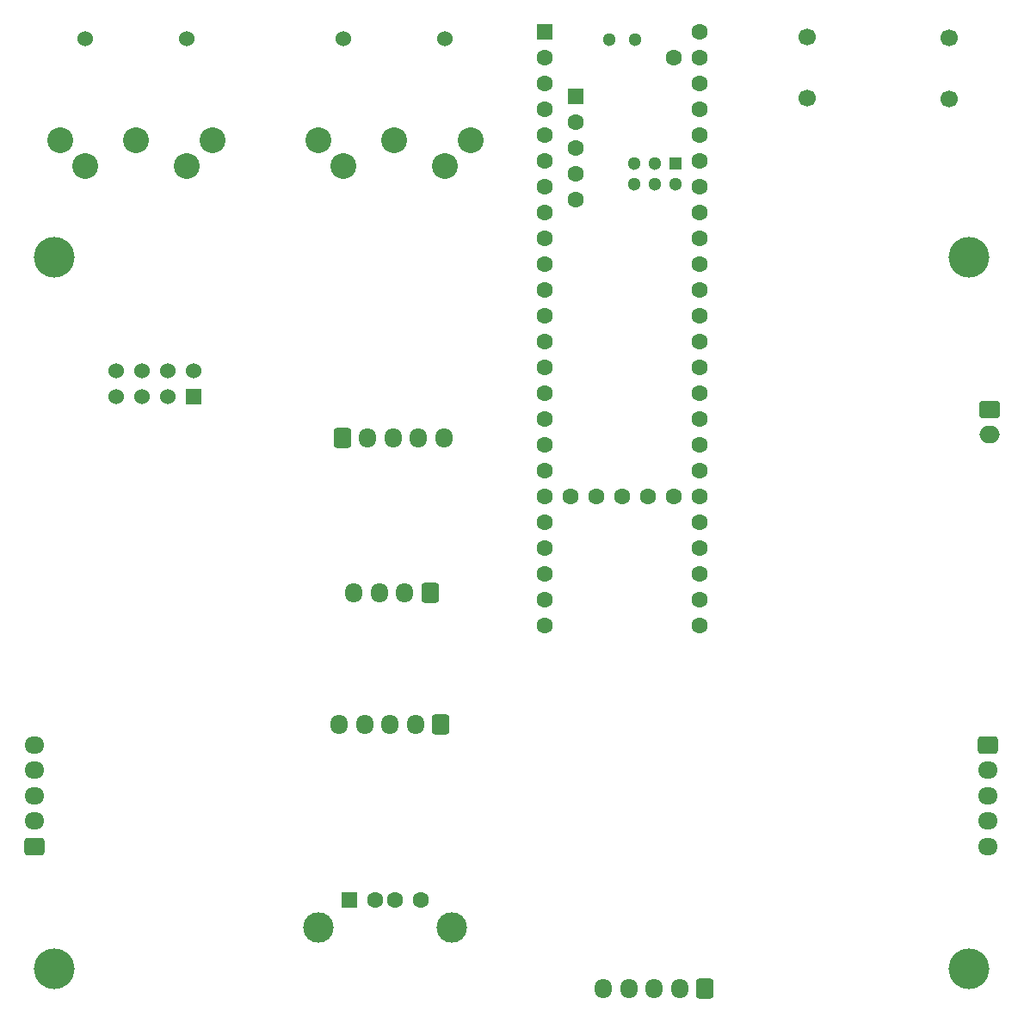
<source format=gbr>
%TF.GenerationSoftware,KiCad,Pcbnew,(6.0.1)*%
%TF.CreationDate,2022-04-22T15:57:16+02:00*%
%TF.ProjectId,BuitPCB,42756974-5043-4422-9e6b-696361645f70,rev?*%
%TF.SameCoordinates,Original*%
%TF.FileFunction,Soldermask,Bot*%
%TF.FilePolarity,Negative*%
%FSLAX46Y46*%
G04 Gerber Fmt 4.6, Leading zero omitted, Abs format (unit mm)*
G04 Created by KiCad (PCBNEW (6.0.1)) date 2022-04-22 15:57:16*
%MOMM*%
%LPD*%
G01*
G04 APERTURE LIST*
G04 Aperture macros list*
%AMRoundRect*
0 Rectangle with rounded corners*
0 $1 Rounding radius*
0 $2 $3 $4 $5 $6 $7 $8 $9 X,Y pos of 4 corners*
0 Add a 4 corners polygon primitive as box body*
4,1,4,$2,$3,$4,$5,$6,$7,$8,$9,$2,$3,0*
0 Add four circle primitives for the rounded corners*
1,1,$1+$1,$2,$3*
1,1,$1+$1,$4,$5*
1,1,$1+$1,$6,$7*
1,1,$1+$1,$8,$9*
0 Add four rect primitives between the rounded corners*
20,1,$1+$1,$2,$3,$4,$5,0*
20,1,$1+$1,$4,$5,$6,$7,0*
20,1,$1+$1,$6,$7,$8,$9,0*
20,1,$1+$1,$8,$9,$2,$3,0*%
G04 Aperture macros list end*
%ADD10R,1.600000X1.600000*%
%ADD11C,1.600000*%
%ADD12R,1.300000X1.300000*%
%ADD13C,1.300000*%
%ADD14C,1.700000*%
%ADD15RoundRect,0.250000X0.600000X0.725000X-0.600000X0.725000X-0.600000X-0.725000X0.600000X-0.725000X0*%
%ADD16O,1.700000X1.950000*%
%ADD17RoundRect,0.250000X0.725000X-0.600000X0.725000X0.600000X-0.725000X0.600000X-0.725000X-0.600000X0*%
%ADD18O,1.950000X1.700000*%
%ADD19C,1.524000*%
%ADD20C,2.540000*%
%ADD21C,3.000000*%
%ADD22RoundRect,0.250000X-0.750000X0.600000X-0.750000X-0.600000X0.750000X-0.600000X0.750000X0.600000X0*%
%ADD23O,2.000000X1.700000*%
%ADD24RoundRect,0.250000X-0.725000X0.600000X-0.725000X-0.600000X0.725000X-0.600000X0.725000X0.600000X0*%
%ADD25R,1.524000X1.524000*%
%ADD26C,4.000000*%
%ADD27RoundRect,0.250000X-0.600000X-0.725000X0.600000X-0.725000X0.600000X0.725000X-0.600000X0.725000X0*%
G04 APERTURE END LIST*
D10*
%TO.C,U1*%
X153252200Y-52853800D03*
D11*
X153252200Y-55393800D03*
X153252200Y-57933800D03*
X153252200Y-60473800D03*
X153252200Y-63013800D03*
X153252200Y-65553800D03*
X153252200Y-68093800D03*
X153252200Y-70633800D03*
X153252200Y-73173800D03*
X153252200Y-75713800D03*
X153252200Y-78253800D03*
X153252200Y-80793800D03*
X153252200Y-83333800D03*
X153252200Y-85873800D03*
X153252200Y-88413800D03*
X153252200Y-90953800D03*
X153252200Y-93493800D03*
X153252200Y-96033800D03*
X153252200Y-98573800D03*
X153252200Y-101113800D03*
X153252200Y-103653800D03*
X153252200Y-106193800D03*
X153252200Y-108733800D03*
X153252200Y-111273800D03*
X168492200Y-111273800D03*
X168492200Y-108733800D03*
X168492200Y-106193800D03*
X168492200Y-103653800D03*
X168492200Y-101113800D03*
X168492200Y-98573800D03*
X168492200Y-96033800D03*
X168492200Y-93493800D03*
X168492200Y-90953800D03*
X168492200Y-88413800D03*
X168492200Y-85873800D03*
X168492200Y-83333800D03*
X168492200Y-80793800D03*
X168492200Y-78253800D03*
X168492200Y-75713800D03*
X168492200Y-73173800D03*
X168492200Y-70633800D03*
X168492200Y-68093800D03*
X168492200Y-65553800D03*
X168492200Y-63013800D03*
X168492200Y-60473800D03*
X168492200Y-57933800D03*
X168492200Y-55393800D03*
X168492200Y-52853800D03*
X165952200Y-55393800D03*
X155792200Y-98573800D03*
X158332200Y-98573800D03*
X160872200Y-98573800D03*
X163412200Y-98573800D03*
X165952200Y-98573800D03*
D10*
X156303000Y-59153000D03*
D11*
X156303000Y-61693000D03*
X156303000Y-64233000D03*
X156303000Y-66773000D03*
X156303000Y-69313000D03*
D12*
X166053800Y-65823800D03*
D13*
X164053800Y-65823800D03*
X162053800Y-65823800D03*
X162053800Y-67823800D03*
X164053800Y-67823800D03*
X166053800Y-67823800D03*
X162142200Y-53583800D03*
X159602200Y-53583800D03*
%TD*%
D14*
%TO.C,J4*%
X179000000Y-53376000D03*
X179000000Y-59376000D03*
%TD*%
D15*
%TO.C,J11*%
X141952000Y-108048000D03*
D16*
X139452000Y-108048000D03*
X136952000Y-108048000D03*
X134452000Y-108048000D03*
%TD*%
D17*
%TO.C,J5*%
X103000000Y-133000000D03*
D18*
X103000000Y-130500000D03*
X103000000Y-128000000D03*
X103000000Y-125500000D03*
X103000000Y-123000000D03*
%TD*%
D15*
%TO.C,J9*%
X169000000Y-147000000D03*
D16*
X166500000Y-147000000D03*
X164000000Y-147000000D03*
X161500000Y-147000000D03*
X159000000Y-147000000D03*
%TD*%
D15*
%TO.C,J12*%
X143000000Y-121000000D03*
D16*
X140500000Y-121000000D03*
X138000000Y-121000000D03*
X135500000Y-121000000D03*
X133000000Y-121000000D03*
%TD*%
D19*
%TO.C,J2*%
X118030000Y-53535000D03*
X108030000Y-53535000D03*
D20*
X120530000Y-63535000D03*
X118030000Y-66035000D03*
X113030000Y-63535000D03*
X108030000Y-66035000D03*
X105530000Y-63535000D03*
%TD*%
D10*
%TO.C,J3*%
X134000000Y-138253000D03*
D11*
X136500000Y-138253000D03*
X138500000Y-138253000D03*
X141000000Y-138253000D03*
D21*
X144070000Y-140963000D03*
X130930000Y-140963000D03*
%TD*%
D22*
%TO.C,J8*%
X197000000Y-90000000D03*
D23*
X197000000Y-92500000D03*
%TD*%
D19*
%TO.C,J1*%
X133430000Y-53535000D03*
X143430000Y-53535000D03*
D20*
X145930000Y-63535000D03*
X143430000Y-66035000D03*
X138430000Y-63535000D03*
X133430000Y-66035000D03*
X130930000Y-63535000D03*
%TD*%
D24*
%TO.C,J7*%
X196850000Y-123000000D03*
D18*
X196850000Y-125500000D03*
X196850000Y-128000000D03*
X196850000Y-130500000D03*
X196850000Y-133000000D03*
%TD*%
D19*
%TO.C,U6*%
X118711000Y-86204000D03*
X116171000Y-86204000D03*
X113631000Y-86204000D03*
X111091000Y-86204000D03*
X111091000Y-88744000D03*
X113631000Y-88744000D03*
X116171000Y-88744000D03*
D25*
X118711000Y-88744000D03*
%TD*%
D14*
%TO.C,J6*%
X193000000Y-59468000D03*
X193000000Y-53468000D03*
%TD*%
D26*
%TO.C,*%
X105000000Y-75000000D03*
%TD*%
%TO.C,*%
X195000000Y-145000000D03*
%TD*%
%TO.C,*%
X195000000Y-75000000D03*
%TD*%
%TO.C,REF\u002A\u002A*%
X105000000Y-145000000D03*
%TD*%
D27*
%TO.C,J10*%
X133300000Y-92800000D03*
D16*
X135800000Y-92800000D03*
X138300000Y-92800000D03*
X140800000Y-92800000D03*
X143300000Y-92800000D03*
%TD*%
M02*

</source>
